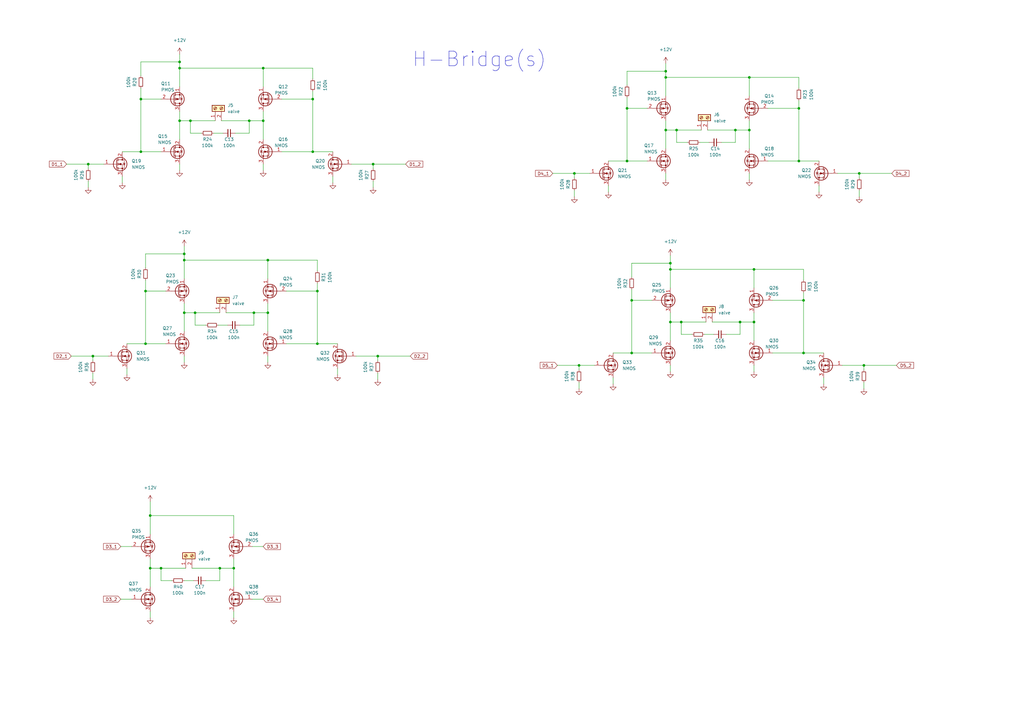
<source format=kicad_sch>
(kicad_sch (version 20211123) (generator eeschema)
  (paper "A3")
  (lib_symbols
    (symbol "Connector:Screw_Terminal_01x02" (pin_names (offset 1.016) hide)
      (property "Reference" "J" (at 0 2.54 0))
      (property "Value" "Screw_Terminal_01x02" (at 0 -5.08 0))
      (symbol "Screw_Terminal_01x02_1_1"
        (rectangle (start -1.27 1.27) (end 1.27 -3.81) (stroke (width 0.254)) (fill (type background)))
        (circle (center 0 -2.54) (radius 0.635) (stroke (width 0.1524)))
        (polyline (pts (xy -0.5334 -2.2098) (xy 0.3302 -3.048)) (stroke (width 0.1524)))
        (polyline (pts (xy -0.5334 0.3302) (xy 0.3302 -0.508)) (stroke (width 0.1524)))
        (polyline (pts (xy -0.3556 -2.032) (xy 0.508 -2.8702)) (stroke (width 0.1524)))
        (polyline (pts (xy -0.3556 0.508) (xy 0.508 -0.3302)) (stroke (width 0.1524)))
        (circle (center 0 0) (radius 0.635) (stroke (width 0.1524)))
        (pin passive line (at -5.08 0 0) (length 3.81) (name "Pin_1") (number "1"))
        (pin passive line (at -5.08 -2.54 0) (length 3.81) (name "Pin_2") (number "2"))
      )
    )
    (symbol "Device:C_Small" (pin_numbers hide) (pin_names (offset 0.254) hide)
      (property "Reference" "C" (at 0.254 1.778 0))
      (property "Value" "C_Small" (at 0.254 -2.032 0))
      (symbol "C_Small_0_1"
        (polyline (pts (xy -1.524 -0.508) (xy 1.524 -0.508)) (stroke (width 0.3302)))
        (polyline (pts (xy -1.524 0.508) (xy 1.524 0.508)) (stroke (width 0.3048)))
      )
      (symbol "C_Small_1_1"
        (pin passive line (at 0 2.54 270) (length 2.032) (name "~") (number "1"))
        (pin passive line (at 0 -2.54 90) (length 2.032) (name "~") (number "2"))
      )
    )
    (symbol "Device:Q_NMOS_GDS" (pin_names (offset 0) hide)
      (property "Reference" "Q" (at 5.08 1.27 0))
      (property "Value" "Q_NMOS_GDS" (at 5.08 -1.27 0))
      (symbol "Q_NMOS_GDS_0_1"
        (polyline (pts (xy 0.254 0) (xy -2.54 0)))
        (polyline (pts (xy 0.254 1.905) (xy 0.254 -1.905)) (stroke (width 0.254)))
        (polyline (pts (xy 0.762 -1.27) (xy 0.762 -2.286)) (stroke (width 0.254)))
        (polyline (pts (xy 0.762 0.508) (xy 0.762 -0.508)) (stroke (width 0.254)))
        (polyline (pts (xy 0.762 2.286) (xy 0.762 1.27)) (stroke (width 0.254)))
        (polyline (pts (xy 2.54 2.54) (xy 2.54 1.778)))
        (polyline (pts (xy 2.54 -2.54) (xy 2.54 0) (xy 0.762 0)))
        (polyline (pts (xy 0.762 -1.778) (xy 3.302 -1.778) (xy 3.302 1.778) (xy 0.762 1.778)))
        (polyline (pts (xy 1.016 0) (xy 2.032 0.381) (xy 2.032 -0.381) (xy 1.016 0)) (fill (type outline)))
        (polyline (pts (xy 2.794 0.508) (xy 2.921 0.381) (xy 3.683 0.381) (xy 3.81 0.254)))
        (polyline (pts (xy 3.302 0.381) (xy 2.921 -0.254) (xy 3.683 -0.254) (xy 3.302 0.381)))
        (circle (center 1.651 0) (radius 2.794) (stroke (width 0.254)))
        (circle (center 2.54 -1.778) (radius 0.254) (fill (type outline)))
        (circle (center 2.54 1.778) (radius 0.254) (fill (type outline)))
      )
      (symbol "Q_NMOS_GDS_1_1"
        (pin input line (at -5.08 0 0) (length 2.54) (name "G") (number "1"))
        (pin passive line (at 2.54 5.08 270) (length 2.54) (name "D") (number "2"))
        (pin passive line (at 2.54 -5.08 90) (length 2.54) (name "S") (number "3"))
      )
    )
    (symbol "Device:Q_PMOS_SGD" (pin_names (offset 0) hide)
      (property "Reference" "Q" (at 5.08 1.27 0))
      (property "Value" "Q_PMOS_SGD" (at 5.08 -1.27 0))
      (symbol "Q_PMOS_SGD_0_1"
        (polyline (pts (xy 0.254 0) (xy -2.54 0)))
        (polyline (pts (xy 0.254 1.905) (xy 0.254 -1.905)) (stroke (width 0.254)))
        (polyline (pts (xy 0.762 -1.27) (xy 0.762 -2.286)) (stroke (width 0.254)))
        (polyline (pts (xy 0.762 0.508) (xy 0.762 -0.508)) (stroke (width 0.254)))
        (polyline (pts (xy 0.762 2.286) (xy 0.762 1.27)) (stroke (width 0.254)))
        (polyline (pts (xy 2.54 2.54) (xy 2.54 1.778)))
        (polyline (pts (xy 2.54 -2.54) (xy 2.54 0) (xy 0.762 0)))
        (polyline (pts (xy 0.762 1.778) (xy 3.302 1.778) (xy 3.302 -1.778) (xy 0.762 -1.778)))
        (polyline (pts (xy 2.286 0) (xy 1.27 0.381) (xy 1.27 -0.381) (xy 2.286 0)) (fill (type outline)))
        (polyline (pts (xy 2.794 -0.508) (xy 2.921 -0.381) (xy 3.683 -0.381) (xy 3.81 -0.254)))
        (polyline (pts (xy 3.302 -0.381) (xy 2.921 0.254) (xy 3.683 0.254) (xy 3.302 -0.381)))
        (circle (center 1.651 0) (radius 2.794) (stroke (width 0.254)))
        (circle (center 2.54 -1.778) (radius 0.254) (fill (type outline)))
        (circle (center 2.54 1.778) (radius 0.254) (fill (type outline)))
      )
      (symbol "Q_PMOS_SGD_1_1"
        (pin passive line (at 2.54 -5.08 90) (length 2.54) (name "S") (number "1"))
        (pin input line (at -5.08 0 0) (length 2.54) (name "G") (number "2"))
        (pin passive line (at 2.54 5.08 270) (length 2.54) (name "D") (number "3"))
      )
    )
    (symbol "Device:R_Small" (pin_numbers hide) (pin_names (offset 0.254) hide)
      (property "Reference" "R" (at 0.762 0.508 0))
      (property "Value" "R_Small" (at 0.762 -1.016 0))
      (symbol "R_Small_0_1"
        (rectangle (start -0.762 1.778) (end 0.762 -1.778) (stroke (width 0.2032)))
      )
      (symbol "R_Small_1_1"
        (pin passive line (at 0 2.54 270) (length 0.762) (name "~") (number "1"))
        (pin passive line (at 0 -2.54 90) (length 0.762) (name "~") (number "2"))
      )
    )
    (symbol "power:+12V" (power) (pin_names (offset 0))
      (property "Value" "+12V" (at 0 3.556 0))
      (symbol "+12V_0_1"
        (polyline (pts (xy -0.762 1.27) (xy 0 2.54)))
        (polyline (pts (xy 0 0) (xy 0 2.54)))
        (polyline (pts (xy 0 2.54) (xy 0.762 1.27)))
      )
      (symbol "+12V_1_1"
        (pin power_in line (at 0 0 90) (length 0) hide (name "+12V") (number "1"))
      )
    )
    (symbol "power:GND" (power) (pin_names (offset 0))
      (property "Value" "GND" (at 0 -3.81 0))
      (symbol "GND_0_1"
        (polyline (pts (xy 0 0) (xy 0 -1.27) (xy 1.27 -1.27) (xy 0 -2.54) (xy -1.27 -1.27) (xy 0 -1.27)))
      )
      (symbol "GND_1_1"
        (pin power_in line (at 0 0 270) (length 0) hide (name "GND") (number "1"))
      )
    )
  )
  (junction (at 107.95 49.53))
  (junction (at 257.175 44.45))
  (junction (at 301.625 53.34))
  (junction (at 57.785 40.64))
  (junction (at 153.035 67.31))
  (junction (at 259.08 123.19))
  (junction (at 329.565 123.19))
  (junction (at 237.49 149.86))
  (junction (at 307.34 31.75))
  (junction (at 128.27 62.23))
  (junction (at 130.175 119.38))
  (junction (at 273.05 31.75))
  (junction (at 130.175 140.97))
  (junction (at 57.785 62.23))
  (junction (at 75.565 104.14))
  (junction (at 109.855 128.27))
  (junction (at 273.05 29.21))
  (junction (at 78.105 49.53))
  (junction (at 307.34 53.34))
  (junction (at 107.95 27.94))
  (junction (at 274.955 110.49))
  (junction (at 80.01 128.27))
  (junction (at 104.14 128.27))
  (junction (at 235.585 71.12))
  (junction (at 279.4 132.08))
  (junction (at 102.235 49.53))
  (junction (at 327.66 66.04))
  (junction (at 73.66 27.94))
  (junction (at 329.565 144.78))
  (junction (at 257.175 66.04))
  (junction (at 61.595 211.455))
  (junction (at 354.33 149.86))
  (junction (at 309.245 110.49))
  (junction (at 36.195 67.31))
  (junction (at 277.495 53.34))
  (junction (at 303.53 132.08))
  (junction (at 259.08 144.78))
  (junction (at 327.66 44.45))
  (junction (at 61.595 233.045))
  (junction (at 73.66 25.4))
  (junction (at 59.69 119.38))
  (junction (at 128.27 40.64))
  (junction (at 309.245 132.08))
  (junction (at 154.94 146.05))
  (junction (at 109.855 106.68))
  (junction (at 274.955 107.95))
  (junction (at 273.05 53.34))
  (junction (at 90.17 233.045))
  (junction (at 274.955 132.08))
  (junction (at 352.425 71.12))
  (junction (at 75.565 128.27))
  (junction (at 75.565 106.68))
  (junction (at 66.04 233.045))
  (junction (at 38.1 146.05))
  (junction (at 59.69 140.97))
  (junction (at 73.66 49.53))
  (junction (at 95.885 233.045))
  (wire (pts (xy 237.49 156.845) (xy 237.49 159.385)))
  (wire (pts (xy 128.27 27.94) (xy 128.27 32.3737)))
  (wire (pts (xy 154.94 153.035) (xy 154.94 155.575)))
  (wire (pts (xy 107.95 35.56) (xy 107.95 27.94)))
  (wire (pts (xy 257.175 40.005) (xy 257.175 44.45)))
  (wire (pts (xy 78.74 233.045) (xy 90.17 233.045)))
  (wire (pts (xy 50.165 62.23) (xy 57.785 62.23)))
  (wire (pts (xy 57.785 36.195) (xy 57.785 40.64)))
  (wire (pts (xy 75.565 124.46) (xy 75.565 128.27)))
  (wire (pts (xy 235.585 71.12) (xy 241.935 71.12)))
  (wire (pts (xy 66.04 233.045) (xy 76.2 233.045)))
  (wire (pts (xy 259.08 118.745) (xy 259.08 123.19)))
  (wire (pts (xy 303.53 137.16) (xy 297.815 137.16)))
  (wire (pts (xy 49.53 224.155) (xy 53.975 224.155)))
  (wire (pts (xy 75.565 100.965) (xy 75.565 104.14)))
  (wire (pts (xy 107.95 67.31) (xy 107.95 69.85)))
  (wire (pts (xy 277.495 58.42) (xy 277.495 53.34)))
  (wire (pts (xy 273.05 31.75) (xy 273.05 39.37)))
  (wire (pts (xy 329.565 144.78) (xy 337.82 144.78)))
  (wire (pts (xy 283.845 137.16) (xy 279.4 137.16)))
  (wire (pts (xy 307.34 53.34) (xy 307.34 60.96)))
  (wire (pts (xy 29.21 146.05) (xy 38.1 146.05)))
  (wire (pts (xy 90.805 49.53) (xy 102.235 49.53)))
  (wire (pts (xy 290.83 58.42) (xy 287.02 58.42)))
  (wire (pts (xy 301.625 53.34) (xy 301.625 58.42)))
  (wire (pts (xy 78.105 54.61) (xy 78.105 49.53)))
  (wire (pts (xy 90.17 233.045) (xy 95.885 233.045)))
  (wire (pts (xy 57.785 62.23) (xy 66.04 62.23)))
  (wire (pts (xy 73.66 67.31) (xy 73.66 69.85)))
  (wire (pts (xy 309.245 110.49) (xy 329.565 110.49)))
  (wire (pts (xy 274.955 110.49) (xy 274.955 118.11)))
  (wire (pts (xy 61.595 250.825) (xy 61.595 253.365)))
  (wire (pts (xy 327.66 31.75) (xy 327.66 36.1837)))
  (wire (pts (xy 327.66 44.45) (xy 327.66 66.04)))
  (wire (pts (xy 61.595 233.045) (xy 66.04 233.045)))
  (wire (pts (xy 107.95 45.72) (xy 107.95 49.53)))
  (wire (pts (xy 307.34 39.37) (xy 307.34 31.75)))
  (wire (pts (xy 128.27 40.64) (xy 128.27 62.23)))
  (wire (pts (xy 259.08 144.78) (xy 267.335 144.78)))
  (wire (pts (xy 257.175 66.04) (xy 265.43 66.04)))
  (wire (pts (xy 138.43 151.13) (xy 138.43 153.67)))
  (wire (pts (xy 273.05 49.53) (xy 273.05 53.34)))
  (wire (pts (xy 73.66 27.94) (xy 73.66 35.56)))
  (wire (pts (xy 93.345 133.35) (xy 89.535 133.35)))
  (wire (pts (xy 301.625 58.42) (xy 295.91 58.42)))
  (wire (pts (xy 273.05 29.21) (xy 273.05 31.75)))
  (wire (pts (xy 38.1 147.955) (xy 38.1 146.05)))
  (wire (pts (xy 61.595 205.74) (xy 61.595 211.455)))
  (wire (pts (xy 130.175 119.38) (xy 130.175 140.97)))
  (wire (pts (xy 95.885 250.825) (xy 95.885 253.365)))
  (wire (pts (xy 235.585 78.105) (xy 235.585 80.645)))
  (wire (pts (xy 115.57 40.64) (xy 128.27 40.64)))
  (wire (pts (xy 66.04 40.64) (xy 57.785 40.64)))
  (wire (pts (xy 303.53 132.08) (xy 309.245 132.08)))
  (wire (pts (xy 329.565 120.0037) (xy 329.565 123.19)))
  (wire (pts (xy 265.43 44.45) (xy 257.175 44.45)))
  (wire (pts (xy 36.195 69.215) (xy 36.195 67.31)))
  (wire (pts (xy 75.565 104.14) (xy 59.69 104.14)))
  (wire (pts (xy 249.555 76.2) (xy 249.555 78.74)))
  (wire (pts (xy 52.07 151.13) (xy 52.07 153.67)))
  (wire (pts (xy 307.34 71.12) (xy 307.34 73.66)))
  (wire (pts (xy 267.335 123.19) (xy 259.08 123.19)))
  (wire (pts (xy 107.95 27.94) (xy 128.27 27.94)))
  (wire (pts (xy 292.1 132.08) (xy 303.53 132.08)))
  (wire (pts (xy 102.235 54.61) (xy 96.52 54.61)))
  (wire (pts (xy 301.625 53.34) (xy 307.34 53.34)))
  (wire (pts (xy 354.33 156.845) (xy 354.33 159.385)))
  (wire (pts (xy 61.595 233.045) (xy 61.595 240.665)))
  (wire (pts (xy 273.05 53.34) (xy 277.495 53.34)))
  (wire (pts (xy 352.425 78.105) (xy 352.425 80.645)))
  (wire (pts (xy 50.165 72.39) (xy 50.165 74.93)))
  (wire (pts (xy 228.6 149.86) (xy 237.49 149.86)))
  (wire (pts (xy 59.69 140.97) (xy 67.945 140.97)))
  (wire (pts (xy 251.46 144.78) (xy 259.08 144.78)))
  (wire (pts (xy 274.955 128.27) (xy 274.955 132.08)))
  (wire (pts (xy 274.955 107.95) (xy 259.08 107.95)))
  (wire (pts (xy 273.05 53.34) (xy 273.05 60.96)))
  (wire (pts (xy 237.49 151.765) (xy 237.49 149.86)))
  (wire (pts (xy 75.565 128.27) (xy 75.565 135.89)))
  (wire (pts (xy 130.175 106.68) (xy 130.175 111.1137)))
  (wire (pts (xy 109.855 124.46) (xy 109.855 128.27)))
  (wire (pts (xy 70.485 238.125) (xy 66.04 238.125)))
  (wire (pts (xy 75.565 106.68) (xy 75.565 114.3)))
  (wire (pts (xy 345.44 149.86) (xy 354.33 149.86)))
  (wire (pts (xy 307.34 49.53) (xy 307.34 53.34)))
  (wire (pts (xy 92.71 128.27) (xy 104.14 128.27)))
  (wire (pts (xy 144.145 67.31) (xy 153.035 67.31)))
  (wire (pts (xy 273.05 29.21) (xy 257.175 29.21)))
  (wire (pts (xy 73.66 25.4) (xy 57.785 25.4)))
  (wire (pts (xy 75.565 146.05) (xy 75.565 148.59)))
  (wire (pts (xy 82.55 54.61) (xy 78.105 54.61)))
  (wire (pts (xy 109.855 106.68) (xy 75.565 106.68)))
  (wire (pts (xy 309.245 118.11) (xy 309.245 110.49)))
  (wire (pts (xy 109.855 114.3) (xy 109.855 106.68)))
  (wire (pts (xy 59.69 114.935) (xy 59.69 119.38)))
  (wire (pts (xy 309.245 149.86) (xy 309.245 152.4)))
  (wire (pts (xy 329.565 110.49) (xy 329.565 114.9237)))
  (wire (pts (xy 57.785 25.4) (xy 57.785 31.115)))
  (wire (pts (xy 73.66 25.4) (xy 73.66 27.94)))
  (wire (pts (xy 79.375 238.125) (xy 75.565 238.125)))
  (wire (pts (xy 84.455 133.35) (xy 80.01 133.35)))
  (wire (pts (xy 279.4 132.08) (xy 289.56 132.08)))
  (wire (pts (xy 38.1 153.035) (xy 38.1 155.575)))
  (wire (pts (xy 337.82 154.94) (xy 337.82 157.48)))
  (wire (pts (xy 61.595 229.235) (xy 61.595 233.045)))
  (wire (pts (xy 327.66 41.2637) (xy 327.66 44.45)))
  (wire (pts (xy 251.46 154.94) (xy 251.46 157.48)))
  (wire (pts (xy 249.555 66.04) (xy 257.175 66.04)))
  (wire (pts (xy 78.105 49.53) (xy 88.265 49.53)))
  (wire (pts (xy 130.175 140.97) (xy 138.43 140.97)))
  (wire (pts (xy 73.66 49.53) (xy 78.105 49.53)))
  (wire (pts (xy 90.17 238.125) (xy 84.455 238.125)))
  (wire (pts (xy 95.885 219.075) (xy 95.885 211.455)))
  (wire (pts (xy 146.05 146.05) (xy 154.94 146.05)))
  (wire (pts (xy 67.945 119.38) (xy 59.69 119.38)))
  (wire (pts (xy 103.505 245.745) (xy 107.95 245.745)))
  (wire (pts (xy 104.14 128.27) (xy 104.14 133.35)))
  (wire (pts (xy 274.955 104.775) (xy 274.955 107.95)))
  (wire (pts (xy 354.33 149.86) (xy 367.665 149.86)))
  (wire (pts (xy 303.53 132.08) (xy 303.53 137.16)))
  (wire (pts (xy 73.66 22.225) (xy 73.66 25.4)))
  (wire (pts (xy 226.695 71.12) (xy 235.585 71.12)))
  (wire (pts (xy 59.69 119.38) (xy 59.69 140.97)))
  (wire (pts (xy 352.425 71.12) (xy 352.425 73.025)))
  (wire (pts (xy 36.195 74.295) (xy 36.195 76.835)))
  (wire (pts (xy 274.955 132.08) (xy 274.955 139.7)))
  (wire (pts (xy 130.175 116.1937) (xy 130.175 119.38)))
  (wire (pts (xy 109.855 128.27) (xy 109.855 135.89)))
  (wire (pts (xy 52.07 140.97) (xy 59.69 140.97)))
  (wire (pts (xy 61.595 211.455) (xy 61.595 219.075)))
  (wire (pts (xy 257.175 44.45) (xy 257.175 66.04)))
  (wire (pts (xy 153.035 67.31) (xy 153.035 69.215)))
  (wire (pts (xy 102.235 49.53) (xy 102.235 54.61)))
  (wire (pts (xy 136.525 72.39) (xy 136.525 74.93)))
  (wire (pts (xy 128.27 62.23) (xy 136.525 62.23)))
  (wire (pts (xy 307.34 31.75) (xy 327.66 31.75)))
  (wire (pts (xy 59.69 104.14) (xy 59.69 109.855)))
  (wire (pts (xy 354.33 149.86) (xy 354.33 151.765)))
  (wire (pts (xy 274.955 107.95) (xy 274.955 110.49)))
  (wire (pts (xy 274.955 132.08) (xy 279.4 132.08)))
  (wire (pts (xy 273.05 71.12) (xy 273.05 73.66)))
  (wire (pts (xy 117.475 140.97) (xy 130.175 140.97)))
  (wire (pts (xy 104.14 133.35) (xy 98.425 133.35)))
  (wire (pts (xy 327.66 66.04) (xy 335.915 66.04)))
  (wire (pts (xy 95.885 233.045) (xy 95.885 240.665)))
  (wire (pts (xy 117.475 119.38) (xy 130.175 119.38)))
  (wire (pts (xy 109.855 146.05) (xy 109.855 148.59)))
  (wire (pts (xy 329.565 123.19) (xy 329.565 144.78)))
  (wire (pts (xy 95.885 229.235) (xy 95.885 233.045)))
  (wire (pts (xy 66.04 238.125) (xy 66.04 233.045)))
  (wire (pts (xy 103.505 224.155) (xy 107.95 224.155)))
  (wire (pts (xy 281.94 58.42) (xy 277.495 58.42)))
  (wire (pts (xy 309.245 110.49) (xy 274.955 110.49)))
  (wire (pts (xy 292.735 137.16) (xy 288.925 137.16)))
  (wire (pts (xy 75.565 128.27) (xy 80.01 128.27)))
  (wire (pts (xy 128.27 37.4537) (xy 128.27 40.64)))
  (wire (pts (xy 352.425 71.12) (xy 365.76 71.12)))
  (wire (pts (xy 73.66 45.72) (xy 73.66 49.53)))
  (wire (pts (xy 49.53 245.745) (xy 53.975 245.745)))
  (wire (pts (xy 95.885 211.455) (xy 61.595 211.455)))
  (wire (pts (xy 279.4 137.16) (xy 279.4 132.08)))
  (wire (pts (xy 57.785 40.64) (xy 57.785 62.23)))
  (wire (pts (xy 290.195 53.34) (xy 301.625 53.34)))
  (wire (pts (xy 107.95 49.53) (xy 107.95 57.15)))
  (wire (pts (xy 153.035 67.31) (xy 166.37 67.31)))
  (wire (pts (xy 27.305 67.31) (xy 36.195 67.31)))
  (wire (pts (xy 314.96 44.45) (xy 327.66 44.45)))
  (wire (pts (xy 307.34 31.75) (xy 273.05 31.75)))
  (wire (pts (xy 343.535 71.12) (xy 352.425 71.12)))
  (wire (pts (xy 153.035 74.295) (xy 153.035 76.835)))
  (wire (pts (xy 91.44 54.61) (xy 87.63 54.61)))
  (wire (pts (xy 316.865 123.19) (xy 329.565 123.19)))
  (wire (pts (xy 154.94 146.05) (xy 168.275 146.05)))
  (wire (pts (xy 235.585 73.025) (xy 235.585 71.12)))
  (wire (pts (xy 36.195 67.31) (xy 42.545 67.31)))
  (wire (pts (xy 316.865 144.78) (xy 329.565 144.78)))
  (wire (pts (xy 109.855 106.68) (xy 130.175 106.68)))
  (wire (pts (xy 75.565 104.14) (xy 75.565 106.68)))
  (wire (pts (xy 73.66 49.53) (xy 73.66 57.15)))
  (wire (pts (xy 38.1 146.05) (xy 44.45 146.05)))
  (wire (pts (xy 273.05 26.035) (xy 273.05 29.21)))
  (wire (pts (xy 80.01 128.27) (xy 90.17 128.27)))
  (wire (pts (xy 274.955 149.86) (xy 274.955 152.4)))
  (wire (pts (xy 115.57 62.23) (xy 128.27 62.23)))
  (wire (pts (xy 237.49 149.86) (xy 243.84 149.86)))
  (wire (pts (xy 277.495 53.34) (xy 287.655 53.34)))
  (wire (pts (xy 309.245 128.27) (xy 309.245 132.08)))
  (wire (pts (xy 90.17 233.045) (xy 90.17 238.125)))
  (wire (pts (xy 314.96 66.04) (xy 327.66 66.04)))
  (wire (pts (xy 154.94 146.05) (xy 154.94 147.955)))
  (wire (pts (xy 107.95 27.94) (xy 73.66 27.94)))
  (wire (pts (xy 80.01 133.35) (xy 80.01 128.27)))
  (wire (pts (xy 335.915 76.2) (xy 335.915 78.74)))
  (wire (pts (xy 259.08 107.95) (xy 259.08 113.665)))
  (wire (pts (xy 104.14 128.27) (xy 109.855 128.27)))
  (wire (pts (xy 102.235 49.53) (xy 107.95 49.53)))
  (wire (pts (xy 257.175 29.21) (xy 257.175 34.925)))
  (wire (pts (xy 259.08 123.19) (xy 259.08 144.78)))
  (wire (pts (xy 309.245 132.08) (xy 309.245 139.7)))
  (text "H-Bridge(s)" (at 168.91 27.94 0) (effects (font (size 6 6)) (justify left bottom)))
  (global_label "D1_2" (shape input) (at 166.37 67.31 0) (property "Intersheet References" "${INTERSHEET_REFS}" (effects hide)))
  (global_label "D3_3" (shape input) (at 107.95 224.155 0) (property "Intersheet References" "${INTERSHEET_REFS}" (effects hide)))
  (global_label "D5_2" (shape input) (at 367.665 149.86 0) (property "Intersheet References" "${INTERSHEET_REFS}" (effects hide)))
  (global_label "D4_2" (shape input) (at 365.76 71.12 0) (property "Intersheet References" "${INTERSHEET_REFS}" (effects hide)))
  (global_label "D4_1" (shape input) (at 226.695 71.12 180) (property "Intersheet References" "${INTERSHEET_REFS}" (effects hide)))
  (global_label "D2_2" (shape input) (at 168.275 146.05 0) (property "Intersheet References" "${INTERSHEET_REFS}" (effects hide)))
  (global_label "D2_1" (shape input) (at 29.21 146.05 180) (property "Intersheet References" "${INTERSHEET_REFS}" (effects hide)))
  (global_label "D5_1" (shape input) (at 228.6 149.86 180) (property "Intersheet References" "${INTERSHEET_REFS}" (effects hide)))
  (global_label "D3_1" (shape input) (at 49.53 224.155 180) (property "Intersheet References" "${INTERSHEET_REFS}" (effects hide)))
  (global_label "D3_4" (shape input) (at 107.95 245.745 0) (property "Intersheet References" "${INTERSHEET_REFS}" (effects hide)))
  (global_label "D3_2" (shape input) (at 49.53 245.745 180) (property "Intersheet References" "${INTERSHEET_REFS}" (effects hide)))
  (global_label "D1_1" (shape input) (at 27.305 67.31 180) (property "Intersheet References" "${INTERSHEET_REFS}" (effects hide)))
  (symbol (lib_id "power:GND") (at 337.82 157.48 0) (unit 1)
    (property "Reference" "#PWR0168" (effects hide))
    (property "Value" "GND" (effects hide))
  )
  (symbol (lib_id "Connector:Screw_Terminal_01x02") (at 88.265 44.45 90) (unit 1)
    (property "Reference" "J5" (at 93.345 43.1799 90) (effects (justify right)))
    (property "Value" "valve" (at 93.345 45.7199 90) (effects (justify right)))
    (property "Footprint" "TerminalBlock:TerminalBlock_Altech_AK300-2_P5.00mm" (effects hide))
  )
  (symbol (lib_id "power:GND") (at 52.07 153.67 0) (unit 1)
    (property "Reference" "#PWR0151" (effects hide))
    (property "Value" "GND" (effects hide))
  )
  (symbol (lib_id "power:GND") (at 352.425 80.645 0) (unit 1)
    (property "Reference" "#PWR0167" (effects hide))
    (property "Value" "GND" (effects hide))
  )
  (symbol (lib_id "Device:R_Small") (at 73.025 238.125 270) (unit 1)
    (property "Reference" "R40" (at 73.025 240.665 90))
    (property "Value" "100k" (at 73.025 243.205 90))
    (property "Footprint" "Resistor_THT:R_Axial_DIN0207_L6.3mm_D2.5mm_P10.16mm_Horizontal" (effects hide))
  )
  (symbol (lib_id "Device:Q_PMOS_SGD") (at 311.785 123.19 180) (unit 1)
    (property "Reference" "Q26" (at 319.405 118.11 0) (effects (justify left)))
    (property "Value" "PMOS" (at 319.405 120.65 0) (effects (justify left)))
    (property "Footprint" "Package_TO_SOT_THT:TO-92_Wide" (effects hide))
    (property "Datasheet" "https://ro.mouser.com/ProductDetail/Microchip-Technology-Atmel/VP2106N3-G?qs=NZF3WWV0eEGNFUSyHi4JQQ%3D%3D" (effects hide))
  )
  (symbol (lib_id "power:GND") (at 38.1 155.575 0) (unit 1)
    (property "Reference" "#PWR0153" (effects hide))
    (property "Value" "GND" (effects hide))
  )
  (symbol (lib_id "Device:C_Small") (at 93.98 54.61 270) (unit 1)
    (property "Reference" "C13" (at 93.98 57.15 90))
    (property "Value" "100n" (at 93.98 59.69 90))
    (property "Footprint" "Capacitor_THT:C_Disc_D3.8mm_W2.6mm_P2.50mm" (effects hide))
  )
  (symbol (lib_id "power:+12V") (at 75.565 100.965 0) (unit 1)
    (property "Reference" "#PWR0159" (effects hide))
    (property "Value" "+12V" (at 75.565 95.25 0))
  )
  (symbol (lib_id "Device:Q_NMOS_GDS") (at 311.785 144.78 0) (mirror y) (unit 1)
    (property "Reference" "Q30" (at 319.405 139.7 0) (effects (justify left)))
    (property "Value" "NMOS" (at 319.405 142.24 0) (effects (justify left)))
    (property "Footprint" "Package_TO_SOT_THT:TO-92_Inline_Wide" (effects hide))
    (property "Datasheet" "https://ro.mouser.com/ProductDetail/onsemi-Fairchild/FQN1N50CTA?qs=VOMQJJE%252BBNn7ElqoWECoKA%3D%3D" (effects hide))
  )
  (symbol (lib_id "power:GND") (at 138.43 153.67 0) (unit 1)
    (property "Reference" "#PWR0156" (effects hide))
    (property "Value" "GND" (effects hide))
  )
  (symbol (lib_id "Device:C_Small") (at 293.37 58.42 270) (unit 1)
    (property "Reference" "C14" (at 293.37 60.96 90))
    (property "Value" "100n" (at 293.37 63.5 90))
    (property "Footprint" "Capacitor_THT:C_Disc_D3.8mm_W2.6mm_P2.50mm" (effects hide))
  )
  (symbol (lib_id "power:GND") (at 95.885 253.365 0) (unit 1)
    (property "Reference" "#PWR0157" (effects hide))
    (property "Value" "GND" (effects hide))
  )
  (symbol (lib_id "Device:Q_PMOS_SGD") (at 309.88 44.45 180) (unit 1)
    (property "Reference" "Q14" (at 317.5 39.37 0) (effects (justify left)))
    (property "Value" "PMOS" (at 317.5 41.91 0) (effects (justify left)))
    (property "Footprint" "Package_TO_SOT_THT:TO-92_Wide" (effects hide))
    (property "Datasheet" "https://ro.mouser.com/ProductDetail/Microchip-Technology-Atmel/VP2106N3-G?qs=NZF3WWV0eEGNFUSyHi4JQQ%3D%3D" (effects hide))
  )
  (symbol (lib_id "Device:C_Small") (at 95.885 133.35 270) (unit 1)
    (property "Reference" "C15" (at 95.885 135.89 90))
    (property "Value" "100n" (at 95.885 138.43 90))
    (property "Footprint" "Capacitor_THT:C_Disc_D3.8mm_W2.6mm_P2.50mm" (effects hide))
  )
  (symbol (lib_id "Device:Q_NMOS_GDS") (at 98.425 245.745 0) (mirror y) (unit 1)
    (property "Reference" "Q38" (at 106.045 240.665 0) (effects (justify left)))
    (property "Value" "NMOS" (at 106.045 243.205 0) (effects (justify left)))
    (property "Footprint" "Package_TO_SOT_THT:TO-92_Inline_Wide" (effects hide))
    (property "Datasheet" "https://ro.mouser.com/ProductDetail/onsemi-Fairchild/FQN1N50CTA?qs=VOMQJJE%252BBNn7ElqoWECoKA%3D%3D" (effects hide))
  )
  (symbol (lib_id "Device:Q_NMOS_GDS") (at 139.065 67.31 0) (mirror y) (unit 1)
    (property "Reference" "Q20" (at 133.35 66.0399 0) (effects (justify left)))
    (property "Value" "NMOS" (at 133.35 68.5799 0) (effects (justify left)))
    (property "Footprint" "Package_TO_SOT_THT:TO-92_Inline_Wide" (effects hide))
    (property "Datasheet" "https://ro.mouser.com/ProductDetail/onsemi-Fairchild/FQN1N50CTA?qs=VOMQJJE%252BBNn7ElqoWECoKA%3D%3D" (effects hide))
  )
  (symbol (lib_id "Device:Q_NMOS_GDS") (at 340.36 149.86 0) (mirror y) (unit 1)
    (property "Reference" "Q34" (at 334.645 148.5899 0) (effects (justify left)))
    (property "Value" "NMOS" (at 334.645 151.1299 0) (effects (justify left)))
    (property "Footprint" "Package_TO_SOT_THT:TO-92_Inline_Wide" (effects hide))
    (property "Datasheet" "https://ro.mouser.com/ProductDetail/onsemi-Fairchild/FQN1N50CTA?qs=VOMQJJE%252BBNn7ElqoWECoKA%3D%3D" (effects hide))
  )
  (symbol (lib_id "power:GND") (at 153.035 76.835 0) (unit 1)
    (property "Reference" "#PWR0150" (effects hide))
    (property "Value" "GND" (effects hide))
  )
  (symbol (lib_id "Device:R_Small") (at 154.94 150.495 180) (unit 1)
    (property "Reference" "R37" (at 152.4 150.495 90))
    (property "Value" "100k" (at 149.86 150.495 90))
    (property "Footprint" "Resistor_THT:R_Axial_DIN0207_L6.3mm_D2.5mm_P10.16mm_Horizontal" (effects hide))
  )
  (symbol (lib_id "power:GND") (at 309.245 152.4 0) (unit 1)
    (property "Reference" "#PWR0169" (effects hide))
    (property "Value" "GND" (effects hide))
  )
  (symbol (lib_id "power:GND") (at 274.955 152.4 0) (unit 1)
    (property "Reference" "#PWR0163" (effects hide))
    (property "Value" "GND" (effects hide))
  )
  (symbol (lib_id "power:GND") (at 307.34 73.66 0) (unit 1)
    (property "Reference" "#PWR0174" (effects hide))
    (property "Value" "GND" (effects hide))
  )
  (symbol (lib_id "Connector:Screw_Terminal_01x02") (at 289.56 127 90) (unit 1)
    (property "Reference" "J8" (at 294.64 125.7299 90) (effects (justify right)))
    (property "Value" "valve" (at 294.64 128.2699 90) (effects (justify right)))
    (property "Footprint" "TerminalBlock:TerminalBlock_Altech_AK300-2_P5.00mm" (effects hide))
  )
  (symbol (lib_id "Device:R_Small") (at 257.175 37.465 180) (unit 1)
    (property "Reference" "R22" (at 254.635 37.465 90))
    (property "Value" "100k" (at 252.095 37.465 90))
    (property "Footprint" "Resistor_THT:R_Axial_DIN0207_L6.3mm_D2.5mm_P10.16mm_Horizontal" (effects hide))
  )
  (symbol (lib_id "Device:R_Small") (at 36.195 71.755 180) (unit 1)
    (property "Reference" "R26" (at 33.655 71.755 90))
    (property "Value" "100k" (at 31.115 71.755 90))
    (property "Footprint" "Resistor_THT:R_Axial_DIN0207_L6.3mm_D2.5mm_P10.16mm_Horizontal" (effects hide))
  )
  (symbol (lib_id "power:GND") (at 235.585 80.645 0) (unit 1)
    (property "Reference" "#PWR0176" (effects hide))
    (property "Value" "GND" (effects hide))
  )
  (symbol (lib_id "Device:R_Small") (at 235.585 75.565 180) (unit 1)
    (property "Reference" "R28" (at 233.045 75.565 90))
    (property "Value" "100k" (at 230.505 75.565 90))
    (property "Footprint" "Resistor_THT:R_Axial_DIN0207_L6.3mm_D2.5mm_P10.16mm_Horizontal" (effects hide))
  )
  (symbol (lib_id "power:GND") (at 237.49 159.385 0) (unit 1)
    (property "Reference" "#PWR0164" (effects hide))
    (property "Value" "GND" (effects hide))
  )
  (symbol (lib_id "Device:Q_NMOS_GDS") (at 248.92 149.86 0) (unit 1)
    (property "Reference" "Q33" (at 255.27 148.5899 0) (effects (justify left)))
    (property "Value" "NMOS" (at 255.27 151.1299 0) (effects (justify left)))
    (property "Footprint" "Package_TO_SOT_THT:TO-92_Inline_Wide" (effects hide))
    (property "Datasheet" "https://ro.mouser.com/ProductDetail/onsemi-Fairchild/FQN1N50CTA?qs=VOMQJJE%252BBNn7ElqoWECoKA%3D%3D" (effects hide))
  )
  (symbol (lib_id "Device:Q_NMOS_GDS") (at 59.055 245.745 0) (unit 1)
    (property "Reference" "Q37" (at 52.705 239.395 0) (effects (justify left)))
    (property "Value" "NMOS" (at 52.705 241.935 0) (effects (justify left)))
    (property "Footprint" "Package_TO_SOT_THT:TO-92_Inline_Wide" (effects hide))
    (property "Datasheet" "https://ro.mouser.com/ProductDetail/onsemi-Fairchild/FQN1N50CTA?qs=VOMQJJE%252BBNn7ElqoWECoKA%3D%3D" (effects hide))
  )
  (symbol (lib_id "Device:R_Small") (at 128.27 34.9137 0) (unit 1)
    (property "Reference" "R21" (at 130.81 34.9137 90))
    (property "Value" "100k" (at 133.35 34.9137 90))
    (property "Footprint" "Resistor_THT:R_Axial_DIN0207_L6.3mm_D2.5mm_P10.16mm_Horizontal" (effects hide))
  )
  (symbol (lib_id "Device:Q_NMOS_GDS") (at 49.53 146.05 0) (unit 1)
    (property "Reference" "Q31" (at 55.88 144.7799 0) (effects (justify left)))
    (property "Value" "NMOS" (at 55.88 147.3199 0) (effects (justify left)))
    (property "Footprint" "Package_TO_SOT_THT:TO-92_Inline_Wide" (effects hide))
    (property "Datasheet" "https://ro.mouser.com/ProductDetail/onsemi-Fairchild/FQN1N50CTA?qs=VOMQJJE%252BBNn7ElqoWECoKA%3D%3D" (effects hide))
  )
  (symbol (lib_id "Device:R_Small") (at 284.48 58.42 270) (unit 1)
    (property "Reference" "R25" (at 284.48 60.96 90))
    (property "Value" "100k" (at 284.48 63.5 90))
    (property "Footprint" "Resistor_THT:R_Axial_DIN0207_L6.3mm_D2.5mm_P10.16mm_Horizontal" (effects hide))
  )
  (symbol (lib_id "power:GND") (at 50.165 74.93 0) (unit 1)
    (property "Reference" "#PWR0160" (effects hide))
    (property "Value" "GND" (effects hide))
  )
  (symbol (lib_id "Device:R_Small") (at 38.1 150.495 180) (unit 1)
    (property "Reference" "R36" (at 35.56 150.495 90))
    (property "Value" "100k" (at 33.02 150.495 90))
    (property "Footprint" "Resistor_THT:R_Axial_DIN0207_L6.3mm_D2.5mm_P10.16mm_Horizontal" (effects hide))
  )
  (symbol (lib_id "Device:R_Small") (at 130.175 113.6537 0) (unit 1)
    (property "Reference" "R31" (at 132.715 113.6537 90))
    (property "Value" "100k" (at 135.255 113.6537 90))
    (property "Footprint" "Resistor_THT:R_Axial_DIN0207_L6.3mm_D2.5mm_P10.16mm_Horizontal" (effects hide))
  )
  (symbol (lib_id "Device:Q_NMOS_GDS") (at 272.415 144.78 0) (unit 1)
    (property "Reference" "Q29" (at 266.065 138.43 0) (effects (justify left)))
    (property "Value" "NMOS" (at 266.065 140.97 0) (effects (justify left)))
    (property "Footprint" "Package_TO_SOT_THT:TO-92_Inline_Wide" (effects hide))
    (property "Datasheet" "https://ro.mouser.com/ProductDetail/onsemi-Fairchild/FQN1N50CTA?qs=VOMQJJE%252BBNn7ElqoWECoKA%3D%3D" (effects hide))
  )
  (symbol (lib_id "Device:R_Small") (at 329.565 117.4637 0) (unit 1)
    (property "Reference" "R33" (at 332.105 117.4637 90))
    (property "Value" "100k" (at 334.645 117.4637 90))
    (property "Footprint" "Resistor_THT:R_Axial_DIN0207_L6.3mm_D2.5mm_P10.16mm_Horizontal" (effects hide))
  )
  (symbol (lib_id "Device:Q_NMOS_GDS") (at 73.025 140.97 0) (unit 1)
    (property "Reference" "Q27" (at 66.675 134.62 0) (effects (justify left)))
    (property "Value" "NMOS" (at 66.675 137.16 0) (effects (justify left)))
    (property "Footprint" "Package_TO_SOT_THT:TO-92_Inline_Wide" (effects hide))
    (property "Datasheet" "https://ro.mouser.com/ProductDetail/onsemi-Fairchild/FQN1N50CTA?qs=VOMQJJE%252BBNn7ElqoWECoKA%3D%3D" (effects hide))
  )
  (symbol (lib_id "Device:R_Small") (at 354.33 154.305 180) (unit 1)
    (property "Reference" "R39" (at 351.79 154.305 90))
    (property "Value" "100k" (at 349.25 154.305 90))
    (property "Footprint" "Resistor_THT:R_Axial_DIN0207_L6.3mm_D2.5mm_P10.16mm_Horizontal" (effects hide))
  )
  (symbol (lib_id "Device:Q_PMOS_SGD") (at 71.12 40.64 0) (mirror x) (unit 1)
    (property "Reference" "Q11" (at 66.04 34.29 0) (effects (justify left)))
    (property "Value" "PMOS" (at 66.04 36.83 0) (effects (justify left)))
    (property "Footprint" "Package_TO_SOT_THT:TO-92_Wide" (effects hide))
    (property "Datasheet" "https://ro.mouser.com/ProductDetail/Microchip-Technology-Atmel/VP2106N3-G?qs=NZF3WWV0eEGNFUSyHi4JQQ%3D%3D" (effects hide))
  )
  (symbol (lib_id "Device:Q_PMOS_SGD") (at 98.425 224.155 180) (unit 1)
    (property "Reference" "Q36" (at 106.045 219.075 0) (effects (justify left)))
    (property "Value" "PMOS" (at 106.045 221.615 0) (effects (justify left)))
    (property "Footprint" "Package_TO_SOT_THT:TO-92_Wide" (effects hide))
    (property "Datasheet" "https://ro.mouser.com/ProductDetail/Microchip-Technology-Atmel/VP2106N3-G?qs=NZF3WWV0eEGNFUSyHi4JQQ%3D%3D" (effects hide))
  )
  (symbol (lib_id "power:GND") (at 136.525 74.93 0) (unit 1)
    (property "Reference" "#PWR0148" (effects hide))
    (property "Value" "GND" (effects hide))
  )
  (symbol (lib_id "Device:Q_NMOS_GDS") (at 112.395 140.97 0) (mirror y) (unit 1)
    (property "Reference" "Q28" (at 120.015 135.89 0) (effects (justify left)))
    (property "Value" "NMOS" (at 120.015 138.43 0) (effects (justify left)))
    (property "Footprint" "Package_TO_SOT_THT:TO-92_Inline_Wide" (effects hide))
    (property "Datasheet" "https://ro.mouser.com/ProductDetail/onsemi-Fairchild/FQN1N50CTA?qs=VOMQJJE%252BBNn7ElqoWECoKA%3D%3D" (effects hide))
  )
  (symbol (lib_id "Device:R_Small") (at 59.69 112.395 180) (unit 1)
    (property "Reference" "R30" (at 57.15 112.395 90))
    (property "Value" "100k" (at 54.61 112.395 90))
    (property "Footprint" "Resistor_THT:R_Axial_DIN0207_L6.3mm_D2.5mm_P10.16mm_Horizontal" (effects hide))
  )
  (symbol (lib_id "power:+12V") (at 273.05 26.035 0) (unit 1)
    (property "Reference" "#PWR0172" (effects hide))
    (property "Value" "+12V" (at 273.05 20.32 0))
  )
  (symbol (lib_id "power:GND") (at 354.33 159.385 0) (unit 1)
    (property "Reference" "#PWR0166" (effects hide))
    (property "Value" "GND" (effects hide))
  )
  (symbol (lib_id "power:GND") (at 107.95 69.85 0) (unit 1)
    (property "Reference" "#PWR0149" (effects hide))
    (property "Value" "GND" (effects hide))
  )
  (symbol (lib_id "Device:Q_PMOS_SGD") (at 112.395 119.38 180) (unit 1)
    (property "Reference" "Q24" (at 120.015 114.3 0) (effects (justify left)))
    (property "Value" "PMOS" (at 120.015 116.84 0) (effects (justify left)))
    (property "Footprint" "Package_TO_SOT_THT:TO-92_Wide" (effects hide))
    (property "Datasheet" "https://ro.mouser.com/ProductDetail/Microchip-Technology-Atmel/VP2106N3-G?qs=NZF3WWV0eEGNFUSyHi4JQQ%3D%3D" (effects hide))
  )
  (symbol (lib_id "Connector:Screw_Terminal_01x02") (at 90.17 123.19 90) (unit 1)
    (property "Reference" "J7" (at 95.25 121.9199 90) (effects (justify right)))
    (property "Value" "valve" (at 95.25 124.4599 90) (effects (justify right)))
    (property "Footprint" "TerminalBlock:TerminalBlock_Altech_AK300-2_P5.00mm" (effects hide))
  )
  (symbol (lib_id "Device:R_Small") (at 259.08 116.205 180) (unit 1)
    (property "Reference" "R32" (at 256.54 116.205 90))
    (property "Value" "100k" (at 254 116.205 90))
    (property "Footprint" "Resistor_THT:R_Axial_DIN0207_L6.3mm_D2.5mm_P10.16mm_Horizontal" (effects hide))
  )
  (symbol (lib_id "Device:R_Small") (at 352.425 75.565 180) (unit 1)
    (property "Reference" "R29" (at 349.885 75.565 90))
    (property "Value" "100k" (at 347.345 75.565 90))
    (property "Footprint" "Resistor_THT:R_Axial_DIN0207_L6.3mm_D2.5mm_P10.16mm_Horizontal" (effects hide))
  )
  (symbol (lib_id "Connector:Screw_Terminal_01x02") (at 76.2 227.965 90) (unit 1)
    (property "Reference" "J9" (at 81.28 226.6949 90) (effects (justify right)))
    (property "Value" "valve" (at 81.28 229.2349 90) (effects (justify right)))
    (property "Footprint" "TerminalBlock:TerminalBlock_Altech_AK300-2_P5.00mm" (effects hide))
  )
  (symbol (lib_id "Device:Q_PMOS_SGD") (at 110.49 40.64 180) (unit 1)
    (property "Reference" "Q12" (at 118.11 35.56 0) (effects (justify left)))
    (property "Value" "PMOS" (at 118.11 38.1 0) (effects (justify left)))
    (property "Footprint" "Package_TO_SOT_THT:TO-92_Wide" (effects hide))
    (property "Datasheet" "https://ro.mouser.com/ProductDetail/Microchip-Technology-Atmel/VP2106N3-G?qs=NZF3WWV0eEGNFUSyHi4JQQ%3D%3D" (effects hide))
  )
  (symbol (lib_id "Device:R_Small") (at 86.995 133.35 270) (unit 1)
    (property "Reference" "R34" (at 86.995 135.89 90))
    (property "Value" "100k" (at 86.995 138.43 90))
    (property "Footprint" "Resistor_THT:R_Axial_DIN0207_L6.3mm_D2.5mm_P10.16mm_Horizontal" (effects hide))
  )
  (symbol (lib_id "Device:R_Small") (at 286.385 137.16 270) (unit 1)
    (property "Reference" "R35" (at 286.385 139.7 90))
    (property "Value" "100k" (at 286.385 142.24 90))
    (property "Footprint" "Resistor_THT:R_Axial_DIN0207_L6.3mm_D2.5mm_P10.16mm_Horizontal" (effects hide))
  )
  (symbol (lib_id "Device:Q_PMOS_SGD") (at 59.055 224.155 0) (mirror x) (unit 1)
    (property "Reference" "Q35" (at 53.975 217.805 0) (effects (justify left)))
    (property "Value" "PMOS" (at 53.975 220.345 0) (effects (justify left)))
    (property "Footprint" "Package_TO_SOT_THT:TO-92_Wide" (effects hide))
    (property "Datasheet" "https://ro.mouser.com/ProductDetail/Microchip-Technology-Atmel/VP2106N3-G?qs=NZF3WWV0eEGNFUSyHi4JQQ%3D%3D" (effects hide))
  )
  (symbol (lib_id "power:+12V") (at 61.595 205.74 0) (unit 1)
    (property "Reference" "#PWR0154" (effects hide))
    (property "Value" "+12V" (at 61.595 200.025 0))
  )
  (symbol (lib_id "Device:Q_NMOS_GDS") (at 270.51 66.04 0) (unit 1)
    (property "Reference" "Q17" (at 264.16 59.69 0) (effects (justify left)))
    (property "Value" "NMOS" (at 264.16 62.23 0) (effects (justify left)))
    (property "Footprint" "Package_TO_SOT_THT:TO-92_Inline_Wide" (effects hide))
    (property "Datasheet" "https://ro.mouser.com/ProductDetail/onsemi-Fairchild/FQN1N50CTA?qs=VOMQJJE%252BBNn7ElqoWECoKA%3D%3D" (effects hide))
  )
  (symbol (lib_id "Device:Q_NMOS_GDS") (at 110.49 62.23 0) (mirror y) (unit 1)
    (property "Reference" "Q16" (at 118.11 57.15 0) (effects (justify left)))
    (property "Value" "NMOS" (at 118.11 59.69 0) (effects (justify left)))
    (property "Footprint" "Package_TO_SOT_THT:TO-92_Inline_Wide" (effects hide))
    (property "Datasheet" "https://ro.mouser.com/ProductDetail/onsemi-Fairchild/FQN1N50CTA?qs=VOMQJJE%252BBNn7ElqoWECoKA%3D%3D" (effects hide))
  )
  (symbol (lib_id "power:GND") (at 249.555 78.74 0) (unit 1)
    (property "Reference" "#PWR0177" (effects hide))
    (property "Value" "GND" (effects hide))
  )
  (symbol (lib_id "power:GND") (at 251.46 157.48 0) (unit 1)
    (property "Reference" "#PWR0165" (effects hide))
    (property "Value" "GND" (effects hide))
  )
  (symbol (lib_id "power:GND") (at 75.565 148.59 0) (unit 1)
    (property "Reference" "#PWR0152" (effects hide))
    (property "Value" "GND" (effects hide))
  )
  (symbol (lib_id "Device:R_Small") (at 85.09 54.61 270) (unit 1)
    (property "Reference" "R24" (at 85.09 57.15 90))
    (property "Value" "100k" (at 85.09 59.69 90))
    (property "Footprint" "Resistor_THT:R_Axial_DIN0207_L6.3mm_D2.5mm_P10.16mm_Horizontal" (effects hide))
  )
  (symbol (lib_id "power:GND") (at 36.195 76.835 0) (unit 1)
    (property "Reference" "#PWR0162" (effects hide))
    (property "Value" "GND" (effects hide))
  )
  (symbol (lib_id "Device:Q_PMOS_SGD") (at 272.415 123.19 0) (mirror x) (unit 1)
    (property "Reference" "Q25" (at 267.335 116.84 0) (effects (justify left)))
    (property "Value" "PMOS" (at 267.335 119.38 0) (effects (justify left)))
    (property "Footprint" "Package_TO_SOT_THT:TO-92_Wide" (effects hide))
    (property "Datasheet" "https://ro.mouser.com/ProductDetail/Microchip-Technology-Atmel/VP2106N3-G?qs=NZF3WWV0eEGNFUSyHi4JQQ%3D%3D" (effects hide))
  )
  (symbol (lib_id "Device:Q_PMOS_SGD") (at 270.51 44.45 0) (mirror x) (unit 1)
    (property "Reference" "Q13" (at 265.43 38.1 0) (effects (justify left)))
    (property "Value" "PMOS" (at 265.43 40.64 0) (effects (justify left)))
    (property "Footprint" "Package_TO_SOT_THT:TO-92_Wide" (effects hide))
    (property "Datasheet" "https://ro.mouser.com/ProductDetail/Microchip-Technology-Atmel/VP2106N3-G?qs=NZF3WWV0eEGNFUSyHi4JQQ%3D%3D" (effects hide))
  )
  (symbol (lib_id "Connector:Screw_Terminal_01x02") (at 287.655 48.26 90) (unit 1)
    (property "Reference" "J6" (at 292.735 46.9899 90) (effects (justify right)))
    (property "Value" "valve" (at 292.735 49.5299 90) (effects (justify right)))
    (property "Footprint" "TerminalBlock:TerminalBlock_Altech_AK300-2_P5.00mm" (effects hide))
  )
  (symbol (lib_id "Device:Q_NMOS_GDS") (at 247.015 71.12 0) (unit 1)
    (property "Reference" "Q21" (at 253.365 69.8499 0) (effects (justify left)))
    (property "Value" "NMOS" (at 253.365 72.3899 0) (effects (justify left)))
    (property "Footprint" "Package_TO_SOT_THT:TO-92_Inline_Wide" (effects hide))
    (property "Datasheet" "https://ro.mouser.com/ProductDetail/onsemi-Fairchild/FQN1N50CTA?qs=VOMQJJE%252BBNn7ElqoWECoKA%3D%3D" (effects hide))
  )
  (symbol (lib_id "power:+12V") (at 73.66 22.225 0) (unit 1)
    (property "Reference" "#PWR0173" (effects hide))
    (property "Value" "+12V" (at 73.66 16.51 0))
  )
  (symbol (lib_id "Device:Q_NMOS_GDS") (at 309.88 66.04 0) (mirror y) (unit 1)
    (property "Reference" "Q18" (at 317.5 60.96 0) (effects (justify left)))
    (property "Value" "NMOS" (at 317.5 63.5 0) (effects (justify left)))
    (property "Footprint" "Package_TO_SOT_THT:TO-92_Inline_Wide" (effects hide))
    (property "Datasheet" "https://ro.mouser.com/ProductDetail/onsemi-Fairchild/FQN1N50CTA?qs=VOMQJJE%252BBNn7ElqoWECoKA%3D%3D" (effects hide))
  )
  (symbol (lib_id "power:GND") (at 154.94 155.575 0) (unit 1)
    (property "Reference" "#PWR0155" (effects hide))
    (property "Value" "GND" (effects hide))
  )
  (symbol (lib_id "Device:R_Small") (at 237.49 154.305 180) (unit 1)
    (property "Reference" "R38" (at 234.95 154.305 90))
    (property "Value" "100k" (at 232.41 154.305 90))
    (property "Footprint" "Resistor_THT:R_Axial_DIN0207_L6.3mm_D2.5mm_P10.16mm_Horizontal" (effects hide))
  )
  (symbol (lib_id "power:+12V") (at 274.955 104.775 0) (unit 1)
    (property "Reference" "#PWR0175" (effects hide))
    (property "Value" "+12V" (at 274.955 99.06 0))
  )
  (symbol (lib_id "Device:C_Small") (at 295.275 137.16 270) (unit 1)
    (property "Reference" "C16" (at 295.275 139.7 90))
    (property "Value" "100n" (at 295.275 142.24 90))
    (property "Footprint" "Capacitor_THT:C_Disc_D3.8mm_W2.6mm_P2.50mm" (effects hide))
  )
  (symbol (lib_id "Device:Q_PMOS_SGD") (at 73.025 119.38 0) (mirror x) (unit 1)
    (property "Reference" "Q23" (at 67.945 113.03 0) (effects (justify left)))
    (property "Value" "PMOS" (at 67.945 115.57 0) (effects (justify left)))
    (property "Footprint" "Package_TO_SOT_THT:TO-92_Wide" (effects hide))
    (property "Datasheet" "https://ro.mouser.com/ProductDetail/Microchip-Technology-Atmel/VP2106N3-G?qs=NZF3WWV0eEGNFUSyHi4JQQ%3D%3D" (effects hide))
  )
  (symbol (lib_id "Device:R_Small") (at 153.035 71.755 180) (unit 1)
    (property "Reference" "R27" (at 150.495 71.755 90))
    (property "Value" "100k" (at 147.955 71.755 90))
    (property "Footprint" "Resistor_THT:R_Axial_DIN0207_L6.3mm_D2.5mm_P10.16mm_Horizontal" (effects hide))
  )
  (symbol (lib_id "power:GND") (at 61.595 253.365 0) (unit 1)
    (property "Reference" "#PWR0158" (effects hide))
    (property "Value" "GND" (effects hide))
  )
  (symbol (lib_id "Device:C_Small") (at 81.915 238.125 270) (unit 1)
    (property "Reference" "C17" (at 81.915 240.665 90))
    (property "Value" "100n" (at 81.915 243.205 90))
    (property "Footprint" "Capacitor_THT:C_Disc_D3.8mm_W2.6mm_P2.50mm" (effects hide))
  )
  (symbol (lib_id "power:GND") (at 109.855 148.59 0) (unit 1)
    (property "Reference" "#PWR0147" (effects hide))
    (property "Value" "GND" (effects hide))
  )
  (symbol (lib_id "Device:Q_NMOS_GDS") (at 140.97 146.05 0) (mirror y) (unit 1)
    (property "Reference" "Q32" (at 135.255 144.7799 0) (effects (justify left)))
    (property "Value" "NMOS" (at 135.255 147.3199 0) (effects (justify left)))
    (property "Footprint" "Package_TO_SOT_THT:TO-92_Inline_Wide" (effects hide))
    (property "Datasheet" "https://ro.mouser.com/ProductDetail/onsemi-Fairchild/FQN1N50CTA?qs=VOMQJJE%252BBNn7ElqoWECoKA%3D%3D" (effects hide))
  )
  (symbol (lib_id "power:GND") (at 335.915 78.74 0) (unit 1)
    (property "Reference" "#PWR0170" (effects hide))
    (property "Value" "GND" (effects hide))
  )
  (symbol (lib_id "power:GND") (at 73.66 69.85 0) (unit 1)
    (property "Reference" "#PWR0161" (effects hide))
    (property "Value" "GND" (effects hide))
  )
  (symbol (lib_id "power:GND") (at 273.05 73.66 0) (unit 1)
    (property "Reference" "#PWR0171" (effects hide))
    (property "Value" "GND" (effects hide))
  )
  (symbol (lib_id "Device:Q_NMOS_GDS") (at 338.455 71.12 0) (mirror y) (unit 1)
    (property "Reference" "Q22" (at 332.74 69.8499 0) (effects (justify left)))
    (property "Value" "NMOS" (at 332.74 72.3899 0) (effects (justify left)))
    (property "Footprint" "Package_TO_SOT_THT:TO-92_Inline_Wide" (effects hide))
    (property "Datasheet" "https://ro.mouser.com/ProductDetail/onsemi-Fairchild/FQN1N50CTA?qs=VOMQJJE%252BBNn7ElqoWECoKA%3D%3D" (effects hide))
  )
  (symbol (lib_id "Device:R_Small") (at 57.785 33.655 180) (unit 1)
    (property "Reference" "R20" (at 55.245 33.655 90))
    (property "Value" "100k" (at 52.705 33.655 90))
    (property "Footprint" "Resistor_THT:R_Axial_DIN0207_L6.3mm_D2.5mm_P10.16mm_Horizontal" (effects hide))
  )
  (symbol (lib_id "Device:R_Small") (at 327.66 38.7237 0) (unit 1)
    (property "Reference" "R23" (at 330.2 38.7237 90))
    (property "Value" "100k" (at 332.74 38.7237 90))
    (property "Footprint" "Resistor_THT:R_Axial_DIN0207_L6.3mm_D2.5mm_P10.16mm_Horizontal" (effects hide))
  )
  (symbol (lib_id "Device:Q_NMOS_GDS") (at 47.625 67.31 0) (unit 1)
    (property "Reference" "Q19" (at 53.975 66.0399 0) (effects (justify left)))
    (property "Value" "NMOS" (at 53.975 68.5799 0) (effects (justify left)))
    (property "Footprint" "Package_TO_SOT_THT:TO-92_Inline_Wide" (effects hide))
    (property "Datasheet" "https://ro.mouser.com/ProductDetail/onsemi-Fairchild/FQN1N50CTA?qs=VOMQJJE%252BBNn7ElqoWECoKA%3D%3D" (effects hide))
  )
  (symbol (lib_id "Device:Q_NMOS_GDS") (at 71.12 62.23 0) (unit 1)
    (property "Reference" "Q15" (at 64.77 55.88 0) (effects (justify left)))
    (property "Value" "NMOS" (at 64.77 58.42 0) (effects (justify left)))
    (property "Footprint" "Package_TO_SOT_THT:TO-92_Inline_Wide" (effects hide))
    (property "Datasheet" "https://ro.mouser.com/ProductDetail/onsemi-Fairchild/FQN1N50CTA?qs=VOMQJJE%252BBNn7ElqoWECoKA%3D%3D" (effects hide))
  )
)
</source>
